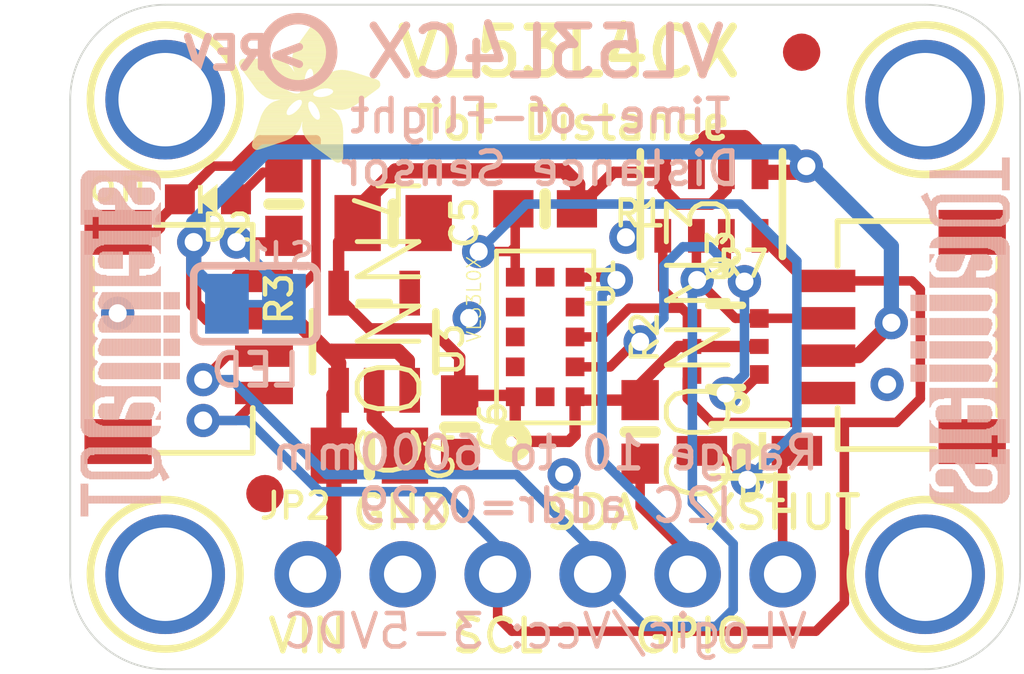
<source format=kicad_pcb>
(kicad_pcb (version 20211014) (generator pcbnew)
  (layers (0 "F.Cu" signal) (31 "B.Cu" signal) (34 "B.Paste" user) (35 "F.Paste" user) (36 "B.SilkS" user "B.Silkscreen") (37 "F.SilkS" user "F.Silkscreen") (38 "B.Mask" user) (39 "F.Mask" user) (44 "Edge.Cuts" user))
  (net 0 "")
  (net 1 "SDA")
  (net 2 "SCL")
  (net 3 "GND")
  (net 4 "GPIO")
  (net 5 "XSHUT")
  (net 6 "XSHUT_2.8V")
  (net 7 "2.8V")
  (net 8 "SCL_3V")
  (net 9 "SDA_3V")
  (net 10 "VCC")
  (net 11 "N$1")
  (net 12 "N$2")
  (footprint "boardEagle:0603-NO" (layer "F.Cu") (at 141.5161 101.4476 -90)
    (fp_text reference "R3" (at 1.778 0.127 90) (layer "F.SilkS") (effects (font (size 0.692831 0.692831) (thickness 0.119969)) (justify right)))
    (fp_text value "10K")
    (pad "1" smd rect (at -0.85 0 270) (size 1.075 1) (layers "F.Cu" "F.Paste" "F.Mask") (net 11 "N$1"))
    (pad "2" smd rect (at 0.85 0 270) (size 1.075 1) (layers "F.Cu" "F.Paste" "F.Mask") (net 12 "N$2"))
  )
  (footprint "boardEagle:0603-NO" (layer "F.Cu") (at 148.5011 101.5746)
    (fp_text reference "R1" (at 1.778 0.127) (layer "F.SilkS") (effects (font (size 0.692831 0.692831) (thickness 0.119969)) (justify left)))
    (fp_text value "10K")
    (pad "1" smd rect (at -0.85 0) (size 1.075 1) (layers "F.Cu" "F.Paste" "F.Mask") (net 6 "XSHUT_2.8V"))
    (pad "2" smd rect (at 0.85 0) (size 1.075 1) (layers "F.Cu" "F.Paste" "F.Mask") (net 7 "2.8V"))
  )
  (footprint "boardEagle:JST_SH4" (layer "F.Cu") (at 158.5341 105.0036 90)
    (fp_text reference "CONN3" (at -4.6 -5.9 90) (layer "F.SilkS") (effects (font (size 1.647139 1.647139) (thickness 0.130861)) (justify left)))
    (fp_text value "STEMMA_I2C_QT" hide)
    (pad "1" smd rect (at -1.5 -2.514 180) (size 1.55 0.6) (layers "F.Cu" "F.Paste" "F.Mask") (net 3 "GND"))
    (pad "2" smd rect (at -0.5 -2.514 180) (size 1.55 0.6) (layers "F.Cu" "F.Paste" "F.Mask") (net 10 "VCC"))
    (pad "3" smd rect (at 0.5 -2.514 180) (size 1.55 0.6) (layers "F.Cu" "F.Paste" "F.Mask") (net 1 "SDA"))
    (pad "4" smd rect (at 1.5 -2.514 180) (size 1.55 0.6) (layers "F.Cu" "F.Paste" "F.Mask") (net 2 "SCL"))
    (pad "MT1" smd rect (at -2.8 1.386 180) (size 1.8 1.2) (layers "F.Cu" "F.Paste" "F.Mask") (net 3 "GND"))
    (pad "MT2" smd rect (at 2.8 1.386 180) (size 1.8 1.2) (layers "F.Cu" "F.Paste" "F.Mask") (net 3 "GND"))
  )
  (footprint "boardEagle:MOUNTINGHOLE_2.5_PLATED" (layer "F.Cu") (at 138.3411 98.6536)
    (fp_text reference "U$30" hide)
    (fp_text value "MOUNTINGHOLE2.5" hide)
    (pad "P$1" thru_hole circle (at 0 0) (size 3.2 3.2) (drill 2.5) (layers *.Cu *.Mask))
  )
  (footprint "boardEagle:0805-NO" (layer "F.Cu") (at 144.4371 101.9556)
    (fp_text reference "C5" (at 1.905 -0.762 90) (layer "F.SilkS") (effects (font (size 0.692831 0.692831) (thickness 0.119969)) (justify right)))
    (fp_text value "10uF")
    (pad "1" smd rect (at -0.95 0) (size 1.24 1.5) (layers "F.Cu" "F.Paste" "F.Mask") (net 7 "2.8V"))
    (pad "2" smd rect (at 0.95 0) (size 1.24 1.5) (layers "F.Cu" "F.Paste" "F.Mask") (net 3 "GND"))
  )
  (footprint "boardEagle:RESPACK_4X0603" (layer "F.Cu") (at 152.9461 101.4476 180)
    (fp_text reference "R7" (at -1.6 -1.6) (layer "F.SilkS") (effects (font (size 0.692831 0.692831) (thickness 0.119969)) (justify right)))
    (fp_text value "10K")
    (pad "1" smd rect (at -1.3 0.85 180) (size 0.45 0.9) (layers "F.Cu" "F.Paste" "F.Mask") (net 10 "VCC"))
    (pad "2" smd rect (at -0.4 0.85 180) (size 0.45 0.9) (layers "F.Cu" "F.Paste" "F.Mask") (net 7 "2.8V"))
    (pad "3" smd rect (at 0.4 0.85 180) (size 0.45 0.9) (layers "F.Cu" "F.Paste" "F.Mask") (net 10 "VCC"))
    (pad "4" smd rect (at 1.3 0.85 180) (size 0.45 0.9) (layers "F.Cu" "F.Paste" "F.Mask") (net 7 "2.8V"))
    (pad "5" smd rect (at 1.3 -0.85 180) (size 0.45 0.9) (layers "F.Cu" "F.Paste" "F.Mask") (net 9 "SDA_3V"))
    (pad "6" smd rect (at 0.4 -0.85 180) (size 0.45 0.9) (layers "F.Cu" "F.Paste" "F.Mask") (net 1 "SDA"))
    (pad "7" smd rect (at -0.4 -0.85 180) (size 0.45 0.9) (layers "F.Cu" "F.Paste" "F.Mask") (net 8 "SCL_3V"))
    (pad "8" smd rect (at -1.3 -0.85 180) (size 0.45 0.9) (layers "F.Cu" "F.Paste" "F.Mask") (net 2 "SCL"))
  )
  (footprint "boardEagle:CHIPLED_0603_NOOUTLINE" (layer "F.Cu") (at 139.4841 101.3206 90)
    (fp_text reference "D2" (at -0.762 1.27) (layer "F.SilkS") (effects (font (size 0.692831 0.692831) (thickness 0.119969)) (justify right)))
    (fp_text value "GREEN")
    (pad "A" smd rect (at 0 0.75 90) (size 0.8 0.8) (layers "F.Cu" "F.Paste" "F.Mask") (net 11 "N$1"))
    (pad "C" smd rect (at 0 -0.75 90) (size 0.8 0.8) (layers "F.Cu" "F.Paste" "F.Mask") (net 3 "GND"))
  )
  (footprint "boardEagle:SOT23-5" (layer "F.Cu") (at 143.9291 105.1306)
    (fp_text reference "U3" (at 2.032 -0.562 90) (layer "F.SilkS") (effects (font (size 0.692831 0.692831) (thickness 0.119969)) (justify right)))
    (fp_text value "LP5907-2.8")
    (pad "1" smd rect (at -0.95 1.3001) (size 0.55 1.2) (layers "F.Cu" "F.Paste" "F.Mask") (net 10 "VCC"))
    (pad "2" smd rect (at 0 1.3001) (size 0.55 1.2) (layers "F.Cu" "F.Paste" "F.Mask") (net 3 "GND"))
    (pad "3" smd rect (at 0.95 1.3001) (size 0.55 1.2) (layers "F.Cu" "F.Paste" "F.Mask") (net 10 "VCC"))
    (pad "4" smd rect (at 0.95 -1.3001) (size 0.55 1.2) (layers "F.Cu" "F.Paste" "F.Mask"))
    (pad "5" smd rect (at -0.95 -1.3001) (size 0.55 1.2) (layers "F.Cu" "F.Paste" "F.Mask") (net 7 "2.8V"))
  )
  (footprint "boardEagle:ADAFRUIT_3.5MM" (layer "F.Cu") (at 140.2969 100.3554)
    (fp_text reference "U$36" hide)
    (fp_text value "" hide)
  )
  (footprint "boardEagle:0805-NO" (layer "F.Cu") (at 143.8021 108.1786)
    (fp_text reference "C4" (at 1.905 -0.762 90) (layer "F.SilkS") (effects (font (size 0.692831 0.692831) (thickness 0.119969)) (justify right)))
    (fp_text value "10uF")
    (pad "1" smd rect (at -0.95 0) (size 1.24 1.5) (layers "F.Cu" "F.Paste" "F.Mask") (net 10 "VCC"))
    (pad "2" smd rect (at 0.95 0) (size 1.24 1.5) (layers "F.Cu" "F.Paste" "F.Mask") (net 3 "GND"))
  )
  (footprint "boardEagle:0603-NO" (layer "F.Cu") (at 146.2151 107.4166 -90)
    (fp_text reference "C6" (at -0.762 -0.889 90) (layer "F.SilkS") (effects (font (size 0.692831 0.692831) (thickness 0.119969)) (justify right)))
    (fp_text value "0.1uF")
    (pad "1" smd rect (at -0.85 0 270) (size 1.075 1) (layers "F.Cu" "F.Paste" "F.Mask") (net 7 "2.8V"))
    (pad "2" smd rect (at 0.85 0 270) (size 1.075 1) (layers "F.Cu" "F.Paste" "F.Mask") (net 3 "GND"))
  )
  (footprint "boardEagle:FIDUCIAL_1MM" (layer "F.Cu") (at 155.3591 97.3836)
    (fp_text reference "FID4" hide)
    (fp_text value "FIDUCIAL_1MM" hide)
    (pad "1" smd roundrect (at 0 0) (size 1 1) (layers "F.Cu" "F.Mask") (roundrect_rratio 0.5))
  )
  (footprint "boardEagle:SOT363" (layer "F.Cu") (at 153.3271 105.2576 90)
    (fp_text reference "Q3" (at 1.651 -0.127 90) (layer "F.SilkS") (effects (font (size 0.692831 0.692831) (thickness 0.119969)) (justify left)))
    (fp_text value "BSS138")
    (pad "1" smd rect (at -0.75 0.9 90) (size 0.5 0.5) (layers "F.Cu" "F.Paste" "F.Mask") (net 8 "SCL_3V"))
    (pad "2" smd rect (at 0 0.9 90) (size 0.4 0.5) (layers "F.Cu" "F.Paste" "F.Mask") (net 7 "2.8V"))
    (pad "3" smd rect (at 0.75 0.9 90) (size 0.5 0.5) (layers "F.Cu" "F.Paste" "F.Mask") (net 1 "SDA"))
    (pad "4" smd rect (at 0.75 -0.9 90) (size 0.5 0.5) (layers "F.Cu" "F.Paste" "F.Mask") (net 9 "SDA_3V"))
    (pad "5" smd rect (at 0 -0.9 90) (size 0.4 0.5) (layers "F.Cu" "F.Paste" "F.Mask") (net 7 "2.8V"))
    (pad "6" smd rect (at -0.75 -0.9 90) (size 0.5 0.5) (layers "F.Cu" "F.Paste" "F.Mask") (net 2 "SCL"))
  )
  (footprint "boardEagle:LGA12_ST" (layer "F.Cu") (at 148.5011 105.0036 -90)
    (fp_text reference "U1" (at -2.2 -1.5 90) (layer "F.SilkS") (effects (font (size 0.692831 0.692831) (thickness 0.119969)) (justify right)))
    (fp_text value "VL53L0X" (at -2.2 1.9 90) (layer "F.SilkS") (effects (font (size 0.369824 0.369824) (thickness 0.036576)) (justify right)))
    (pad "1" smd rect (at 1.6 0.8 270) (size 0.5 0.5) (layers "F.Cu" "F.Paste" "F.Mask") (net 7 "2.8V"))
    (pad "2" smd rect (at 0.8 0.8 270) (size 0.5 0.5) (layers "F.Cu" "F.Paste" "F.Mask") (net 3 "GND"))
    (pad "3" smd rect (at 0 0.8 270) (size 0.5 0.5) (layers "F.Cu" "F.Paste" "F.Mask") (net 3 "GND"))
    (pad "4" smd rect (at -0.8 0.8 270) (size 0.5 0.5) (layers "F.Cu" "F.Paste" "F.Mask") (net 3 "GND"))
    (pad "5" smd rect (at -1.6 0.8 270) (size 0.5 0.5) (layers "F.Cu" "F.Paste" "F.Mask") (net 6 "XSHUT_2.8V"))
    (pad "6" smd rect (at -1.6 0 270) (size 0.5 0.5) (layers "F.Cu" "F.Paste" "F.Mask") (net 3 "GND"))
    (pad "7" smd rect (at -1.6 -0.8 270) (size 0.5 0.5) (layers "F.Cu" "F.Paste" "F.Mask") (net 4 "GPIO"))
    (pad "8" smd rect (at -0.8 -0.8 270) (size 0.5 0.5) (layers "F.Cu" "F.Paste" "F.Mask"))
    (pad "9" smd rect (at 0 -0.8 270) (size 0.5 0.5) (layers "F.Cu" "F.Paste" "F.Mask") (net 9 "SDA_3V"))
    (pad "10" smd rect (at 0.8 -0.8 270) (size 0.5 0.5) (layers "F.Cu" "F.Paste" "F.Mask") (net 8 "SCL_3V"))
    (pad "11" smd rect (at 1.6 -0.8 270) (size 0.5 0.5) (layers "F.Cu" "F.Paste" "F.Mask") (net 7 "2.8V"))
    (pad "12" smd rect (at 1.6 0 270) (size 0.5 0.5) (layers "F.Cu" "F.Paste" "F.Mask") (net 3 "GND"))
  )
  (footprint "boardEagle:MOUNTINGHOLE_2.5_PLATED" (layer "F.Cu") (at 158.6611 98.6536)
    (fp_text reference "U$31" hide)
    (fp_text value "MOUNTINGHOLE2.5" hide)
    (pad "P$1" thru_hole circle (at 0 0) (size 3.2 3.2) (drill 2.5) (layers *.Cu *.Mask))
  )
  (footprint "boardEagle:1X06_ROUND_70" (layer "F.Cu") (at 148.5011 111.3536)
    (fp_text reference "JP2" (at -7.6962 -1.8288) (layer "F.SilkS") (effects (font (size 0.692831 0.692831) (thickness 0.119969)) (justify left)))
    (fp_text value "")
    (pad "1" thru_hole circle (at -6.35 0 90) (size 1.778 1.778) (drill 1) (layers *.Cu *.Mask) (net 10 "VCC"))
    (pad "2" thru_hole circle (at -3.81 0 90) (size 1.778 1.778) (drill 1) (layers *.Cu *.Mask) (net 3 "GND"))
    (pad "3" thru_hole circle (at -1.27 0 90) (size 1.778 1.778) (drill 1) (layers *.Cu *.Mask) (net 2 "SCL"))
    (pad "4" thru_hole circle (at 1.27 0 90) (size 1.778 1.778) (drill 1) (layers *.Cu *.Mask) (net 1 "SDA"))
    (pad "5" thru_hole circle (at 3.81 0 90) (size 1.778 1.778) (drill 1) (layers *.Cu *.Mask) (net 4 "GPIO"))
    (pad "6" thru_hole circle (at 6.35 0 90) (size 1.778 1.778) (drill 1) (layers *.Cu *.Mask) (net 5 "XSHUT"))
  )
  (footprint "boardEagle:MOUNTINGHOLE_2.5_PLATED" (layer "F.Cu") (at 158.6611 111.3536)
    (fp_text reference "U$34" hide)
    (fp_text value "MOUNTINGHOLE2.5" hide)
    (pad "P$1" thru_hole circle (at 0 0) (size 3.2 3.2) (drill 2.5) (layers *.Cu *.Mask))
  )
  (footprint "boardEagle:FIDUCIAL_1MM" (layer "F.Cu") (at 141.0081 109.1946)
    (fp_text reference "FID1" hide)
    (fp_text value "FIDUCIAL_1MM" hide)
    (pad "1" smd roundrect (at 0 0) (size 1 1) (layers "F.Cu" "F.Mask") (roundrect_rratio 0.5))
  )
  (footprint "boardEagle:JST_SH4" (layer "F.Cu") (at 138.4681 105.0036 -90)
    (fp_text reference "CONN4" (at -4.6 -5.9 90) (layer "F.SilkS") (effects (font (size 1.647139 1.647139) (thickness 0.130861)) (justify right)))
    (fp_text value "STEMMA_I2C_QT" hide)
    (pad "1" smd rect (at -1.5 -2.514) (size 1.55 0.6) (layers "F.Cu" "F.Paste" "F.Mask") (net 3 "GND"))
    (pad "2" smd rect (at -0.5 -2.514) (size 1.55 0.6) (layers "F.Cu" "F.Paste" "F.Mask") (net 10 "VCC"))
    (pad "3" smd rect (at 0.5 -2.514) (size 1.55 0.6) (layers "F.Cu" "F.Paste" "F.Mask") (net 1 "SDA"))
    (pad "4" smd rect (at 1.5 -2.514) (size 1.55 0.6) (layers "F.Cu" "F.Paste" "F.Mask") (net 2 "SCL"))
    (pad "MT1" smd rect (at -2.8 1.386) (size 1.8 1.2) (layers "F.Cu" "F.Paste" "F.Mask") (net 3 "GND"))
    (pad "MT2" smd rect (at 2.8 1.386) (size 1.8 1.2) (layers "F.Cu" "F.Paste" "F.Mask") (net 3 "GND"))
  )
  (footprint "boardEagle:SOD-323" (layer "F.Cu") (at 153.9621 108.0516 180)
    (fp_text reference "D1" (at -1.1 -1) (layer "F.SilkS") (effects (font (size 0.692831 0.692831) (thickness 0.119969)) (justify right)))
    (fp_text value "1N4148")
    (pad "A" smd rect (at 1.27 0 180) (size 1.35 0.8) (layers "F.Cu" "F.Paste" "F.Mask") (net 6 "XSHUT_2.8V"))
    (pad "C" smd rect (at -1.27 0 180) (size 1.35 0.8) (layers "F.Cu" "F.Paste" "F.Mask") (net 5 "XSHUT"))
  )
  (footprint "boardEagle:MOUNTINGHOLE_2.5_PLATED" (layer "F.Cu") (at 138.3411 111.3536)
    (fp_text reference "U$33" hide)
    (fp_text value "MOUNTINGHOLE2.5" hide)
    (pad "P$1" thru_hole circle (at 0 0) (size 3.2 3.2) (drill 2.5) (layers *.Cu *.Mask))
  )
  (footprint "boardEagle:0603-NO" (layer "F.Cu") (at 151.0411 107.5436 90)
    (fp_text reference "R2" (at 1.778 0.127 90) (layer "F.SilkS") (effects (font (size 0.692831 0.692831) (thickness 0.119969)) (justify left)))
    (fp_text value "10K")
    (pad "1" smd rect (at -0.85 0 90) (size 1.075 1) (layers "F.Cu" "F.Paste" "F.Mask") (net 4 "GPIO"))
    (pad "2" smd rect (at 0.85 0 90) (size 1.075 1) (layers "F.Cu" "F.Paste" "F.Mask") (net 7 "2.8V"))
  )
  (footprint "boardEagle:PCBFEAT-REV-040" (layer "B.Cu") (at 141.8971 97.3836 180)
    (fp_text reference "U$37" hide)
    (fp_text value "" hide)
    (fp_text user ">REV" (at -0.3556 -0.508) (layer "B.SilkS") (effects (font (size 0.8128 0.8128) (thickness 0.2032)) (justify left bottom mirror)))
  )
  (footprint "boardEagle:STEMMAQT" (layer "B.Cu") (at 158.2801 109.4486 90)
    (fp_text reference "U$38" hide)
    (fp_text value "" hide)
  )
  (footprint "boardEagle:STEMMAQT" (layer "B.Cu") (at 138.7221 100.5586 -90)
    (fp_text reference "U$39" hide)
    (fp_text value "" hide)
  )
  (footprint "boardEagle:SOLDERJUMPER_CLOSEDWIRE" (layer "B.Cu") (at 140.7541 104.1146 180)
    (fp_text reference "SJ1" (at -1.651 1.27) (layer "B.SilkS") (effects (font (size 0.692831 0.692831) (thickness 0.119969)) (justify left mirror)))
    (fp_text value "")
    (pad "1" smd rect (at -0.762 0 180) (size 1.1684 1.6002) (layers "B.Cu") (net 12 "N$2"))
    (pad "2" smd rect (at 0.762 0 180) (size 1.1684 1.6002) (layers "B.Cu") (net 10 "VCC"))
    (pad "WIRE" smd rect (at 0 0) (size 0.635 0.2032) (layers "B.Cu"))
  )
  (gr_arc (start 138.3411 113.8936) (mid 136.545049 113.149651) (end 135.8011 111.3536) (layer "Edge.Cuts") (width 0.05))
  (gr_line (start 161.2011 111.3536) (end 161.2011 98.6536) (layer "Edge.Cuts") (width 0.05))
  (gr_line (start 138.3411 113.8936) (end 158.6611 113.8936) (layer "Edge.Cuts") (width 0.05))
  (gr_line (start 158.6611 96.1136) (end 138.3411 96.1136) (layer "Edge.Cuts") (width 0.05))
  (gr_arc (start 158.6611 96.1136) (mid 160.457151 96.857549) (end 161.2011 98.6536) (layer "Edge.Cuts") (width 0.05))
  (gr_line (start 135.8011 98.6536) (end 135.8011 111.3536) (layer "Edge.Cuts") (width 0.05))
  (gr_arc (start 135.8011 98.6536) (mid 136.545049 96.857549) (end 138.3411 96.1136) (layer "Edge.Cuts") (width 0.05))
  (gr_arc (start 161.2011 111.3536) (mid 160.457151 113.149651) (end 158.6611 113.8936) (layer "Edge.Cuts") (width 0.05))
  (gr_text "LED" (at 140.7541 105.8926) (layer "B.SilkS") (effects (font (size 0.87376 0.87376) (thickness 0.14224)) (justify mirror)))
  (gr_text "Time-of-Flight\nDistance Sensor" (at 148.3741 99.7966) (layer "B.SilkS") (effects (font (size 0.87376 0.87376) (thickness 0.14224)) (justify mirror)))
  (gr_text "VL53L4CX" (at 148.5011 97.3836) (layer "B.SilkS") (effects (font (size 1.31064 1.31064) (thickness 0.21336)) (justify mirror)))
  (gr_text "Range 10 to 6000mm\nI2C addr=0x29" (at 148.5011 108.8136) (layer "B.SilkS") (effects (font (size 0.87376 0.87376) (thickness 0.14224)) (justify mirror)))
  (gr_text "VLogic/Vcc: 3-5VDC" (at 148.5011 112.8776) (layer "B.SilkS") (effects (font (size 0.89408 0.89408) (thickness 0.12192)) (justify mirror)))
  (gr_text "on" (at 136.1821 101.4476) (layer "F.SilkS") (effects (font (size 0.89408 0.89408) (thickness 0.12192)) (justify left bottom)))
  (gr_text "GPIO" (at 152.4381 113.0046) (layer "F.SilkS") (effects (font (size 0.87376 0.87376) (thickness 0.14224))))
  (gr_text "GND" (at 144.6911 109.7026) (layer "F.SilkS") (effects (font (size 0.87376 0.87376) (thickness 0.14224))))
  (gr_text "SDA" (at 149.7711 109.7026) (layer "F.SilkS") (effects (font (size 0.87376 0.87376) (thickness 0.14224))))
  (gr_text "ToF Distance" (at 149.2631 99.2886) (layer "F.SilkS") (effects (font (size 0.8636 0.8636) (thickness 0.1524))))
  (gr_text "VL53L4CX" (at 149.1361 97.3836) (layer "F.SilkS") (effects (font (size 1.25222 1.25222) (thickness 0.22098))))
  (gr_text "VIN" (at 142.1511 113.0046) (layer "F.SilkS") (effects (font (size 0.87376 0.87376) (thickness 0.14224))))
  (gr_text "XSHUT" (at 154.8511 109.7026) (layer "F.SilkS") (effects (font (size 0.87376 0.87376) (thickness 0.14224))))
  (gr_text "SCL" (at 147.2311 113.0046) (layer "F.SilkS") (effects (font (size 0.87376 0.87376) (thickness 0.14224))))
  (segment (start 152.5461 103.4606) (end 152.5651 103.4796) (width 0.254) (layer "F.Cu") (net 1))
  (segment (start 152.5461 102.2976) (end 152.5461 103.4606) (width 0.254) (layer "F.Cu") (net 1))
  (segment (start 140.9821 105.5036) (end 140.0001 105.5036) (width 0.254) (layer "F.Cu") (net 1))
  (segment (start 154.2271 104.5076) (end 154.2311 104.5036) (width 0.254) (layer "F.Cu") (net 1))
  (segment (start 152.5651 103.4796) (end 153.5891 104.5036) (width 0.254) (layer "F.Cu") (net 1))
  (segment (start 153.5891 104.5036) (end 154.2311 104.5036) (width 0.254) (layer "F.Cu") (net 1))
  (segment (start 140.0001 105.5036) (end 139.3571 106.1466) (width 0.254) (layer "F.Cu") (net 1))
  (segment (start 154.2311 104.5036) (end 156.0201 104.5036) (width 0.254) (layer "F.Cu") (net 1))
  (via (at 152.5651 103.4796) (size 0.889) (drill 0.4826) (layers "F.Cu" "B.Cu") (net 1))
  (via (at 139.3571 106.1466) (size 0.889) (drill 0.4826) (layers "F.Cu" "B.Cu") (net 1))
  (segment (start 149.7711 111.3536) (end 151.1681 112.7506) (width 0.254) (layer "B.Cu") (net 1))
  (segment (start 153.0731 112.7506) (end 153.5303 112.2934) (width 0.254) (layer "B.Cu") (net 1))
  (segment (start 149.7711 110.7186) (end 149.7711 111.3536) (width 0.254) (layer "B.Cu") (net 1))
  (segment (start 142.6591 108.6866) (end 147.7391 108.6866) (width 0.254) (layer "B.Cu") (net 1))
  (segment (start 147.7391 108.6866) (end 149.7711 110.7186) (width 0.254) (layer "B.Cu") (net 1))
  (segment (start 153.5303 112.2934) (end 153.5303 110.5408) (width 0.254) (layer "B.Cu") (net 1))
  (segment (start 153.5303 110.5408) (end 152.4381 109.4486) (width 0.254) (layer "B.Cu") (net 1))
  (segment (start 152.5651 103.7336) (end 152.4381 103.8606) (width 0.254) (layer "B.Cu") (net 1))
  (segment (start 151.1681 112.7506) (end 153.0731 112.7506) (width 0.254) (layer "B.Cu") (net 1))
  (segment (start 152.5651 103.4796) (end 152.5651 103.7336) (width 0.254) (layer "B.Cu") (net 1))
  (segment (start 142.6591 108.6866) (end 140.1191 106.1466) (width 0.254) (layer "B.Cu") (net 1))
  (segment (start 139.3571 106.1466) (end 140.1191 106.1466) (width 0.254) (layer "B.Cu") (net 1))
  (segment (start 152.4381 103.8606) (end 152.4381 109.4486) (width 0.254) (layer "B.Cu") (net 1))
  (segment (start 152.9461 107.2896) (end 156.5021 107.2896) (width 0.254) (layer "F.Cu") (net 2))
  (segment (start 157.8991 107.2896) (end 158.5341 106.6546) (width 0.254) (layer "F.Cu") (net 2))
  (segment (start 140.9821 106.5036) (end 140.2469 107.2388) (width 0.254) (layer "F.Cu") (net 2))
  (segment (start 158.5341 106.6546) (end 158.5341 103.7336) (width 0.254) (layer "F.Cu") (net 2))
  (segment (start 147.6121 112.8776) (end 147.2311 112.4966) (width 0.254) (layer "F.Cu") (net 2))
  (segment (start 152.3001 106.1346) (end 152.3001 106.6436) (width 0.254) (layer "F.Cu") (net 2))
  (segment (start 147.2311 112.4966) (end 147.2311 111.3536) (width 0.254) (layer "F.Cu") (net 2))
  (segment (start 154.2461 102.2976) (end 155.4521 103.5036) (width 0.254) (layer "F.Cu") (net 2))
  (segment (start 158.3041 103.5036) (end 156.0201 103.5036) (width 0.254) (layer "F.Cu") (net 2))
  (segment (start 155.4521 103.5036) (end 156.0201 103.5036) (width 0.254) (layer "F.Cu") (net 2))
  (segment (start 140.2469 107.2388) (end 139.3571 107.2388) (width 0.254) (layer "F.Cu") (net 2))
  (segment (start 155.7401 112.8776) (end 147.6121 112.8776) (width 0.254) (layer "F.Cu") (net 2))
  (segment (start 152.4271 106.0076) (end 152.3001 106.1346) (width 0.254) (layer "F.Cu") (net 2))
  (segment (start 156.5021 107.2896) (end 156.5021 112.1156) (width 0.254) (layer "F.Cu") (net 2))
  (segment (start 156.5021 112.1156) (end 155.7401 112.8776) (width 0.254) (layer "F.Cu") (net 2))
  (segment (start 156.5021 107.2896) (end 157.8991 107.2896) (width 0.254) (layer "F.Cu") (net 2))
  (segment (start 158.5341 103.7336) (end 158.3041 103.5036) (width 0.254) (layer "F.Cu") (net 2))
  (segment (start 152.3001 106.6436) (end 152.9461 107.2896) (width 0.254) (layer "F.Cu") (net 2))
  (via (at 139.3571 107.2388) (size 0.889) (drill 0.4826) (layers "F.Cu" "B.Cu") (net 2))
  (segment (start 142.469718 109.1438) (end 145.7833 109.1438) (width 0.254) (layer "B.Cu") (net 2))
  (segment (start 142.469718 109.1438) (end 140.564718 107.2388) (width 0.254) (layer "B.Cu") (net 2))
  (segment (start 147.2311 110.5916) (end 147.2311 111.3536) (width 0.254) (layer "B.Cu") (net 2))
  (segment (start 139.3571 107.2388) (end 140.564718 107.2388) (width 0.254) (layer "B.Cu") (net 2))
  (segment (start 145.7833 109.1438) (end 147.2311 110.5916) (width 0.254) (layer "B.Cu") (net 2))
  (segment (start 140.177625 100.4316) (end 140.879325 99.7299) (width 0.254) (layer "F.Cu") (net 3))
  (segment (start 143.9291 107.184438) (end 144.7521 108.007438) (width 0.4064) (layer "F.Cu") (net 3))
  (segment (start 144.7521 108.007438) (end 144.7521 108.1786) (width 0.4064) (layer "F.Cu") (net 3))
  (segment (start 138.0931 102.2036) (end 137.0821 102.2036) (width 0.254) (layer "F.Cu") (net 3))
  (segment (start 140.879325 99.7299) (end 142.3739 99.7299) (width 0.254) (layer "F.Cu") (net 3))
  (segment (start 140.2461 103.3526) (end 140.8311 103.3526) (width 0.254) (layer "F.Cu") (net 3))
  (segment (start 142.3739 103.2568) (end 142.0241 103.6066) (width 0.254) (layer "F.Cu") (net 3))
  (segment (start 138.2141 102.0826) (end 138.0931 102.2036) (width 0.254) (layer "F.Cu") (net 3))
  (segment (start 138.7341 101.3206) (end 138.2141 101.8406) (width 0.254) (layer "F.Cu") (net 3))
  (segment (start 138.7341 101.3206) (end 139.6231 100.4316) (width 0.254) (layer "F.Cu") (net 3))
  (segment (start 138.2141 101.8406) (end 138.2141 102.0826) (width 0.254) (layer "F.Cu") (net 3))
  (segment (start 140.8311 103.3526) (end 140.9821 103.5036) (width 0.254) (layer "F.Cu") (net 3))
  (segment (start 142.3739 99.7299) (end 142.3739 103.2568) (width 0.254) (layer "F.Cu") (net 3))
  (segment (start 139.6231 100.4316) (end 140.177625 100.4316) (width 0.254) (layer "F.Cu") (net 3))
  (segment (start 142.0241 103.6066) (end 140.5001 103.6066) (width 0.254) (layer "F.Cu") (net 3))
  (segment (start 140.5001 103.6066) (end 140.2461 103.3526) (width 0.254) (layer "F.Cu") (net 3))
  (segment (start 143.9291 106.4307) (end 143.9291 107.184438) (width 0.4064) (layer "F.Cu") (net 3))
  (via (at 137.0711 104.3686) (size 0.889) (drill 0.4826) (layers "F.Cu" "B.Cu") (net 3))
  (via (at 150.6601 102.3366) (size 0.889) (drill 0.4826) (layers "F.Cu" "B.Cu") (net 3))
  (via (at 149.0091 108.6866) (size 0.889) (drill 0.4826) (layers "F.Cu" "B.Cu") (net 3))
  (via (at 146.4691 104.4956) (size 0.889) (drill 0.4826) (layers "F.Cu" "B.Cu") (net 3))
  (via (at 157.6451 106.2736) (size 0.889) (drill 0.4826) (layers "F.Cu" "B.Cu") (net 3))
  (segment (start 152.3111 110.8066) (end 151.0411 109.5366) (width 0.254) (layer "F.Cu") (net 4))
  (segment (start 151.0411 108.3936) (end 151.0411 109.5366) (width 0.254) (layer "F.Cu") (net 4))
  (segment (start 149.3011 103.4036) (end 150.3301 103.4036) (width 0.254) (layer "F.Cu") (net 4))
  (segment (start 152.3111 110.8066) (end 152.3111 111.3536) (width 0.254) (layer "F.Cu") (net 4))
  (segment (start 150.3301 103.4036) (end 150.4061 103.4796) (width 0.254) (layer "F.Cu") (net 4))
  (via (at 150.4061 103.4796) (size 0.889) (drill 0.4826) (layers "F.Cu" "B.Cu") (net 4))
  (segment (start 152.3111 110.5916) (end 152.3111 111.3536) (width 0.254) (layer "B.Cu") (net 4))
  (segment (start 150.0251 103.8606) (end 150.0251 108.3056) (width 0.254) (layer "B.Cu") (net 4))
  (segment (start 150.0251 108.3056) (end 152.3111 110.5916) (width 0.254) (layer "B.Cu") (net 4))
  (segment (start 150.4061 103.4796) (end 150.0251 103.8606) (width 0.254) (layer "B.Cu") (net 4))
  (segment (start 154.8511 108.4326) (end 155.2321 108.0516) (width 0.254) (layer "F.Cu") (net 5))
  (segment (start 154.8511 111.3536) (end 154.8511 108.4326) (width 0.254) (layer "F.Cu") (net 5))
  (segment (start 147.7011 102.5906) (end 147.5741 102.7176) (width 0.254) (layer "F.Cu") (net 6))
  (segment (start 147.5741 102.7176) (end 146.7231 102.7176) (width 0.254) (layer "F.Cu") (net 6))
  (segment (start 147.7011 103.4036) (end 147.7011 102.5906) (width 0.254) (layer "F.Cu") (net 6))
  (segment (start 147.7011 102.5906) (end 147.7011 101.6246) (width 0.254) (layer "F.Cu") (net 6))
  (segment (start 153.9094 108.8263) (end 153.1347 108.0516) (width 0.254) (layer "F.Cu") (net 6))
  (segment (start 153.1347 108.0516) (end 152.6921 108.0516) (width 0.254) (layer "F.Cu") (net 6))
  (segment (start 147.7011 101.6246) (end 147.6511 101.5746) (width 0.254) (layer "F.Cu") (net 6))
  (via (at 153.9094 108.8263) (size 0.889) (drill 0.4826) (layers "F.Cu" "B.Cu") (net 6))
  (via (at 146.7231 102.7176) (size 0.889) (drill 0.4826) (layers "F.Cu" "B.Cu") (net 6))
  (segment (start 153.7081 101.4476) (end 155.2321 102.9716) (width 0.254) (layer "B.Cu") (net 6))
  (segment (start 146.7231 102.7176) (end 147.9931 101.4476) (width 0.254) (layer "B.Cu") (net 6))
  (segment (start 155.2321 102.9716) (end 155.2321 107.5036) (width 0.254) (layer "B.Cu") (net 6))
  (segment (start 155.2321 107.5036) (end 153.9094 108.8263) (width 0.254) (layer "B.Cu") (net 6))
  (segment (start 147.9931 101.4476) (end 153.7081 101.4476) (width 0.254) (layer "B.Cu") (net 6))
  (segment (start 151.6461 101.0366) (end 151.6461 100.5976) (width 0.3048) (layer "F.Cu") (net 7))
  (segment (start 143.8077 104.7861) (end 145.4531 104.7861) (width 0.3048) (layer "F.Cu") (net 7))
  (segment (start 149.1361 107.7976) (end 149.3011 107.6326) (width 0.3048) (layer "F.Cu") (net 7))
  (segment (start 145.4531 104.7861) (end 146.2151 105.5481) (width 0.3048) (layer "F.Cu") (net 7))
  (segment (start 152.0571 101.4476) (end 151.6461 101.0366) (width 0.3048) (layer "F.Cu") (net 7))
  (segment (start 146.2151 106.5666) (end 147.6641 106.5666) (width 0.3048) (layer "F.Cu") (net 7))
  (segment (start 152.0571 105.2576) (end 150.9141 106.4006) (width 0.3048) (layer "F.Cu") (net 7))
  (segment (start 149.3706 101.5551) (end 150.3281 100.5976) (width 0.3048) (layer "F.Cu") (net 7))
  (segment (start 152.4271 105.2576) (end 152.0571 105.2576) (width 0.3048) (layer "F.Cu") (net 7))
  (segment (start 142.9791 102.4636) (end 143.4871 101.9556) (width 0.3048) (layer "F.Cu") (net 7))
  (segment (start 149.3706 100.9201) (end 149.3706 101.5551) (width 0.4064) (layer "F.Cu") (net 7))
  (segment (start 152.4271 105.2576) (end 154.2271 105.2576) (width 0.3048) (layer "F.Cu") (net 7))
  (segment (start 150.9141 106.6936) (end 151.0411 106.6936) (width 0.3048) (layer "F.Cu") (net 7))
  (segment (start 149.0091 100.5586) (end 149.3706 100.9201) (width 0.4064) (layer "F.Cu") (net 7))
  (segment (start 149.3911 106.6936) (end 150.9141 106.6936) (width 0.3048) (layer "F.Cu") (net 7))
  (segment (start 147.6641 106.5666) (end 147.7011 106.6036) (width 0.3048) (layer "F.Cu") (net 7))
  (segment (start 149.3011 106.6036) (end 149.3911 106.6936) (width 0.3048) (layer "F.Cu") (net 7))
  (segment (start 149.3511 101.5746) (end 149.3706 101.5551) (width 0.3048) (layer "F.Cu") (net 7))
  (segment (start 146.2151 105.5481) (end 146.2151 106.5666) (width 0.3048) (layer "F.Cu") (net 7))
  (segment (start 143.4871 101.9556) (end 143.4871 101.5746) (width 0.4064) (layer "F.Cu") (net 7))
  (segment (start 150.3281 100.5976) (end 151.6461 100.5976) (width 0.3048) (layer "F.Cu") (net 7))
  (segment (start 144.5031 100.5586) (end 143.4871 101.5746) (width 0.4064) (layer "F.Cu") (net 7))
  (segment (start 147.7011 106.6036) (end 147.7011 107.5056) (width 0.3048) (layer "F.Cu") (net 7))
  (segment (start 153.3461 101.0476) (end 152.9461 101.4476) (width 0.3048) (layer "F.Cu") (net 7))
  (segment (start 142.9791 103.8305) (end 142.9791 103.9575) (width 0.3048) (layer "F.Cu") (net 7))
  (segment (start 142.9791 103.8305) (end 142.9791 102.4636) (width 0.3048) (layer "F.Cu") (net 7))
  (segment (start 153.3461 100.5976) (end 153.3461 101.0476) (width 0.3048) (layer "F.Cu") (net 7))
  (segment (start 147.9931 107.7976) (end 149.1361 107.7976) (width 0.3048) (layer "F.Cu") (net 7))
  (segment (start 143.8077 104.7861) (end 142.9791 103.9575) (width 0.3048) (layer "F.Cu") (net 7))
  (segment (start 152.9461 101.4476) (end 152.0571 101.4476) (width 0.3048) (layer "F.Cu") (net 7))
  (segment (start 144.5031 100.5586) (end 149.0091 100.5586) (width 0.4064) (layer "F.Cu") (net 7))
  (segment (start 147.7011 107.5056) (end 147.9931 107.7976) (width 0.3048) (layer "F.Cu") (net 7))
  (segment (start 149.3011 107.6326) (end 149.3011 106.6036) (width 0.3048) (layer "F.Cu") (net 7))
  (segment (start 150.9141 106.4006) (end 150.9141 106.6936) (width 0.3048) (layer "F.Cu") (net 7))
  (segment (start 153.3271 106.5149) (end 153.7198 106.5149) (width 0.254) (layer "F.Cu") (net 8))
  (segment (start 153.3461 102.2976) (end 153.3461 103.038007) (width 0.254) (layer "F.Cu") (net 8))
  (segment (start 149.3011 105.8036) (end 150.2411 105.8036) (width 0.254) (layer "F.Cu") (net 8))
  (segment (start 153.3461 103.038007) (end 153.830393 103.5223) (width 0.254) (layer "F.Cu") (net 8))
  (segment (start 150.9141 105.1306) (end 151.0411 105.1306) (width 0.254) (layer "F.Cu") (net 8))
  (segment (start 150.2411 105.8036) (end 150.9141 105.1306) (width 0.254) (layer "F.Cu") (net 8))
  (segment (start 153.7198 106.5149) (end 154.2271 106.0076) (width 0.254) (layer "F.Cu") (net 8))
  (via (at 153.830393 103.5223) (size 0.889) (drill 0.4826) (layers "F.Cu" "B.Cu") (net 8))
  (via (at 153.3271 106.5149) (size 0.889) (drill 0.4826) (layers "F.Cu" "B.Cu") (net 8))
  (via (at 151.0411 105.1306) (size 0.889) (drill 0.4826) (layers "F.Cu" "B.Cu") (net 8))
  (segment (start 151.0411 105.1306) (end 151.6761 104.4956) (width 0.254) (layer "B.Cu") (net 8))
  (segment (start 152.898693 102.5906) (end 153.830393 103.5223) (width 0.254) (layer "B.Cu") (net 8))
  (segment (start 152.1841 102.5906) (end 152.898693 102.5906) (width 0.254) (layer "B.Cu") (net 8))
  (segment (start 153.830393 106.011607) (end 153.3271 106.5149) (width 0.254) (layer "B.Cu") (net 8))
  (segment (start 151.6761 103.0986) (end 151.6761 104.4956) (width 0.254) (layer "B.Cu") (net 8))
  (segment (start 153.830393 103.5223) (end 153.830393 106.011607) (width 0.254) (layer "B.Cu") (net 8))
  (segment (start 151.6761 103.0986) (end 152.1841 102.5906) (width 0.254) (layer "B.Cu") (net 8))
  (segment (start 152.1541 104.2346) (end 152.4271 104.5076) (width 0.254) (layer "F.Cu") (net 9))
  (segment (start 149.977693 105.0036) (end 150.746693 104.2346) (width 0.254) (layer "F.Cu") (net 9))
  (segment (start 149.3011 105.0036) (end 149.977693 105.0036) (width 0.254) (layer "F.Cu") (net 9))
  (segment (start 151.6461 103.7266) (end 152.1541 104.2346) (width 0.254) (layer "F.Cu") (net 9))
  (segment (start 150.746693 104.2346) (end 152.1541 104.2346) (width 0.254) (layer "F.Cu") (net 9))
  (segment (start 151.6461 102.2976) (end 151.6461 103.7266) (width 0.254) (layer "F.Cu") (net 9))
  (segment (start 141.7831 104.5036) (end 142.7251 105.4456) (width 0.4064) (layer "F.Cu") (net 10))
  (segment (start 139.4921 104.5036) (end 140.9821 104.5036) (width 0.4064) (layer "F.Cu") (net 10))
  (segment (start 144.8791 106.4307) (end 144.8181 106.3697) (width 0.4064) (layer "F.Cu") (net 10))
  (segment (start 142.1511 111.3536) (end 142.8521 110.6526) (width 0.4064) (layer "F.Cu") (net 10))
  (segment (start 139.1031 102.4636) (end 139.1031 104.1146) (width 0.4064) (layer "F.Cu") (net 10))
  (segment (start 140.9821 104.5036) (end 141.7831 104.5036) (width 0.4064) (layer "F.Cu") (net 10))
  (segment (start 152.8191 99.6696) (end 153.8351 99.6696) (width 0.4064) (layer "F.Cu") (net 10))
  (segment (start 152.5461 100.5976) (end 152.5461 99.9426) (width 0.4064) (layer "F.Cu") (net 10))
  (segment (start 155.4861 100.4316) (end 155.3201 100.5976) (width 0.4064) (layer "F.Cu") (net 10))
  (segment (start 142.9791 106.4307) (end 142.9791 105.6996) (width 0.4064) (layer "F.Cu") (net 10))
  (segment (start 142.8521 106.5577) (end 142.8521 108.1786) (width 0.4064) (layer "F.Cu") (net 10))
  (segment (start 139.1031 104.1146) (end 139.4921 104.5036) (width 0.4064) (layer "F.Cu") (net 10))
  (segment (start 142.7861 105.3846) (end 144.5641 105.3846) (width 0.4064) (layer "F.Cu") (net 10))
  (segment (start 155.3201 100.5976) (end 154.2461 100.5976) (width 0.4064) (layer "F.Cu") (net 10))
  (segment (start 142.8521 106.5577) (end 142.9791 106.4307) (width 0.4064) (layer "F.Cu") (net 10))
  (segment (start 156.8784 105.5036) (end 157.7594 104.6226) (width 0.4064) (layer "F.Cu") (net 10))
  (segment (start 152.5461 99.9426) (end 152.8191 99.6696) (width 0.4064) (layer "F.Cu") (net 10))
  (segment (start 156.0201 105.5036) (end 156.8784 105.5036) (width 0.4064) (layer "F.Cu") (net 10))
  (segment (start 154.2461 100.0806) (end 154.2461 100.5976) (width 0.4064) (layer "F.Cu") (net 10))
  (segment (start 153.8351 99.6696) (end 154.2461 100.0806) (width 0.4064) (layer "F.Cu") (net 10))
  (segment (start 142.7251 105.4456) (end 142.7861 105.3846) (width 0.4064) (layer "F.Cu") (net 10))
  (segment (start 144.8181 105.6386) (end 144.8181 106.3697) (width 0.4064) (layer "F.Cu") (net 10))
  (segment (start 142.7251 105.4456) (end 142.9791 105.6996) (width 0.4064) (layer "F.Cu") (net 10))
  (segment (start 142.8521 110.6526) (end 142.8521 108.1786) (width 0.4064) (layer "F.Cu") (net 10))
  (segment (start 144.5641 105.3846) (end 144.8181 105.6386) (width 0.4064) (layer "F.Cu") (net 10))
  (via (at 157.7594 104.6226) (size 0.889) (drill 0.4826) (layers "F.Cu" "B.Cu") (net 10))
  (via (at 139.1031 102.4636) (size 0.889) (drill 0.4826) (layers "F.Cu" "B.Cu") (net 10))
  (via (at 155.4861 100.4316) (size 0.889) (drill 0.4826) (layers "F.Cu" "B.Cu") (net 10))
  (segment (start 139.1031 103.2256) (end 139.1031 102.4636) (width 0.4064) (layer "B.Cu") (net 10))
  (segment (start 139.1031 101.9556) (end 139.1031 102.4636) (width 0.4064) (layer "B.Cu") (net 10))
  (segment (start 155.6131 100.4316) (end 155.4861 100.4316) (width 0.4064) (layer "B.Cu") (net 10))
  (segment (start 141.0081 100.0506) (end 139.1031 101.9556) (width 0.4064) (layer "B.Cu") (net 10))
  (segment (start 157.7594 102.5779) (end 155.6131 100.4316) (width 0.4064) (layer "B.Cu") (net 10))
  (segment (start 155.4861 100.4316) (end 155.1051 100.0506) (width 0.4064) (layer "B.Cu") (net 10))
  (segment (start 139.9921 104.1146) (end 139.1031 103.2256) (width 0.4064) (layer "B.Cu") (net 10))
  (segment (start 155.1051 100.0506) (end 141.0081 100.0506) (width 0.4064) (layer "B.Cu") (net 10))
  (segment (start 157.7594 104.6226) (end 157.7594 102.5779) (width 0.4064) (layer "B.Cu") (net 10))
  (segment (start 140.9571 100.5976) (end 141.5161 100.5976) (width 0.254) (layer "F.Cu") (net 11))
  (segment (start 140.2341 101.3206) (end 140.9571 100.5976) (width 0.254) (layer "F.Cu") (net 11))
  (segment (start 140.2461 102.4636) (end 141.3501 102.4636) (width 0.254) (layer "F.Cu") (net 12))
  (segment (start 141.3501 102.4636) (end 141.5161 102.2976) (width 0.254) (layer "F.Cu") (net 12))
  (via (at 140.2461 102.4636) (size 0.889) (drill 0.4826) (layers "F.Cu" "B.Cu") (net 12))
  (segment (start 141.5161 104.1146) (end 141.5161 103.7336) (width 0.254) (layer "B.Cu") (net 12))
  (segment (start 141.5161 103.7336) (end 140.2461 102.4636) (width 0.254) (layer "B.Cu") (net 12))
)
</source>
